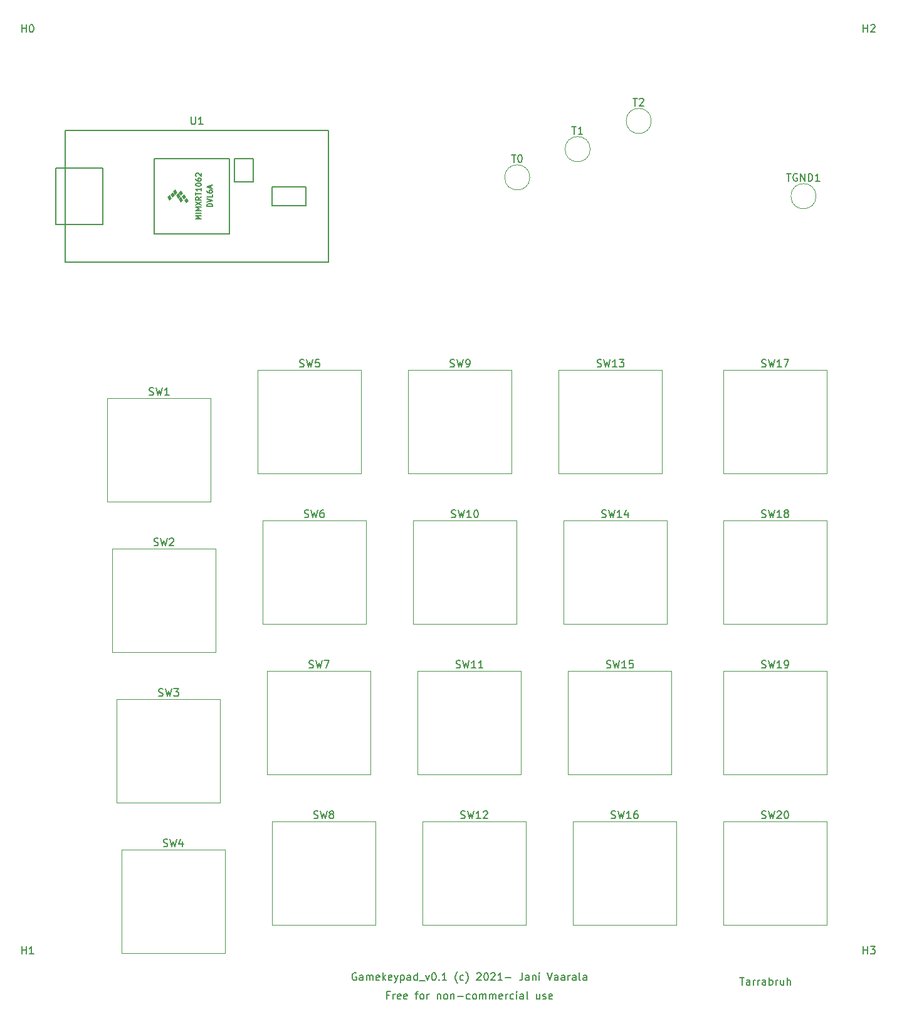
<source format=gto>
G04 #@! TF.GenerationSoftware,KiCad,Pcbnew,(5.1.10)-1*
G04 #@! TF.CreationDate,2021-09-13T16:17:20-07:00*
G04 #@! TF.ProjectId,keyboard_pcb,6b657962-6f61-4726-945f-7063622e6b69,v0.1*
G04 #@! TF.SameCoordinates,Original*
G04 #@! TF.FileFunction,Legend,Top*
G04 #@! TF.FilePolarity,Positive*
%FSLAX46Y46*%
G04 Gerber Fmt 4.6, Leading zero omitted, Abs format (unit mm)*
G04 Created by KiCad (PCBNEW (5.1.10)-1) date 2021-09-13 16:17:20*
%MOMM*%
%LPD*%
G01*
G04 APERTURE LIST*
%ADD10C,0.150000*%
%ADD11C,0.120000*%
%ADD12C,0.100000*%
G04 APERTURE END LIST*
D10*
X144478809Y-165187380D02*
X145050238Y-165187380D01*
X144764523Y-166187380D02*
X144764523Y-165187380D01*
X145812142Y-166187380D02*
X145812142Y-165663571D01*
X145764523Y-165568333D01*
X145669285Y-165520714D01*
X145478809Y-165520714D01*
X145383571Y-165568333D01*
X145812142Y-166139761D02*
X145716904Y-166187380D01*
X145478809Y-166187380D01*
X145383571Y-166139761D01*
X145335952Y-166044523D01*
X145335952Y-165949285D01*
X145383571Y-165854047D01*
X145478809Y-165806428D01*
X145716904Y-165806428D01*
X145812142Y-165758809D01*
X146288333Y-166187380D02*
X146288333Y-165520714D01*
X146288333Y-165711190D02*
X146335952Y-165615952D01*
X146383571Y-165568333D01*
X146478809Y-165520714D01*
X146574047Y-165520714D01*
X146907380Y-166187380D02*
X146907380Y-165520714D01*
X146907380Y-165711190D02*
X146955000Y-165615952D01*
X147002619Y-165568333D01*
X147097857Y-165520714D01*
X147193095Y-165520714D01*
X147955000Y-166187380D02*
X147955000Y-165663571D01*
X147907380Y-165568333D01*
X147812142Y-165520714D01*
X147621666Y-165520714D01*
X147526428Y-165568333D01*
X147955000Y-166139761D02*
X147859761Y-166187380D01*
X147621666Y-166187380D01*
X147526428Y-166139761D01*
X147478809Y-166044523D01*
X147478809Y-165949285D01*
X147526428Y-165854047D01*
X147621666Y-165806428D01*
X147859761Y-165806428D01*
X147955000Y-165758809D01*
X148431190Y-166187380D02*
X148431190Y-165187380D01*
X148431190Y-165568333D02*
X148526428Y-165520714D01*
X148716904Y-165520714D01*
X148812142Y-165568333D01*
X148859761Y-165615952D01*
X148907380Y-165711190D01*
X148907380Y-165996904D01*
X148859761Y-166092142D01*
X148812142Y-166139761D01*
X148716904Y-166187380D01*
X148526428Y-166187380D01*
X148431190Y-166139761D01*
X149335952Y-166187380D02*
X149335952Y-165520714D01*
X149335952Y-165711190D02*
X149383571Y-165615952D01*
X149431190Y-165568333D01*
X149526428Y-165520714D01*
X149621666Y-165520714D01*
X150383571Y-165520714D02*
X150383571Y-166187380D01*
X149955000Y-165520714D02*
X149955000Y-166044523D01*
X150002619Y-166139761D01*
X150097857Y-166187380D01*
X150240714Y-166187380D01*
X150335952Y-166139761D01*
X150383571Y-166092142D01*
X150859761Y-166187380D02*
X150859761Y-165187380D01*
X151288333Y-166187380D02*
X151288333Y-165663571D01*
X151240714Y-165568333D01*
X151145476Y-165520714D01*
X151002619Y-165520714D01*
X150907380Y-165568333D01*
X150859761Y-165615952D01*
X97140476Y-167568571D02*
X96807142Y-167568571D01*
X96807142Y-168092380D02*
X96807142Y-167092380D01*
X97283333Y-167092380D01*
X97664285Y-168092380D02*
X97664285Y-167425714D01*
X97664285Y-167616190D02*
X97711904Y-167520952D01*
X97759523Y-167473333D01*
X97854761Y-167425714D01*
X97950000Y-167425714D01*
X98664285Y-168044761D02*
X98569047Y-168092380D01*
X98378571Y-168092380D01*
X98283333Y-168044761D01*
X98235714Y-167949523D01*
X98235714Y-167568571D01*
X98283333Y-167473333D01*
X98378571Y-167425714D01*
X98569047Y-167425714D01*
X98664285Y-167473333D01*
X98711904Y-167568571D01*
X98711904Y-167663809D01*
X98235714Y-167759047D01*
X99521428Y-168044761D02*
X99426190Y-168092380D01*
X99235714Y-168092380D01*
X99140476Y-168044761D01*
X99092857Y-167949523D01*
X99092857Y-167568571D01*
X99140476Y-167473333D01*
X99235714Y-167425714D01*
X99426190Y-167425714D01*
X99521428Y-167473333D01*
X99569047Y-167568571D01*
X99569047Y-167663809D01*
X99092857Y-167759047D01*
X100616666Y-167425714D02*
X100997619Y-167425714D01*
X100759523Y-168092380D02*
X100759523Y-167235238D01*
X100807142Y-167140000D01*
X100902380Y-167092380D01*
X100997619Y-167092380D01*
X101473809Y-168092380D02*
X101378571Y-168044761D01*
X101330952Y-167997142D01*
X101283333Y-167901904D01*
X101283333Y-167616190D01*
X101330952Y-167520952D01*
X101378571Y-167473333D01*
X101473809Y-167425714D01*
X101616666Y-167425714D01*
X101711904Y-167473333D01*
X101759523Y-167520952D01*
X101807142Y-167616190D01*
X101807142Y-167901904D01*
X101759523Y-167997142D01*
X101711904Y-168044761D01*
X101616666Y-168092380D01*
X101473809Y-168092380D01*
X102235714Y-168092380D02*
X102235714Y-167425714D01*
X102235714Y-167616190D02*
X102283333Y-167520952D01*
X102330952Y-167473333D01*
X102426190Y-167425714D01*
X102521428Y-167425714D01*
X103616666Y-167425714D02*
X103616666Y-168092380D01*
X103616666Y-167520952D02*
X103664285Y-167473333D01*
X103759523Y-167425714D01*
X103902380Y-167425714D01*
X103997619Y-167473333D01*
X104045238Y-167568571D01*
X104045238Y-168092380D01*
X104664285Y-168092380D02*
X104569047Y-168044761D01*
X104521428Y-167997142D01*
X104473809Y-167901904D01*
X104473809Y-167616190D01*
X104521428Y-167520952D01*
X104569047Y-167473333D01*
X104664285Y-167425714D01*
X104807142Y-167425714D01*
X104902380Y-167473333D01*
X104950000Y-167520952D01*
X104997619Y-167616190D01*
X104997619Y-167901904D01*
X104950000Y-167997142D01*
X104902380Y-168044761D01*
X104807142Y-168092380D01*
X104664285Y-168092380D01*
X105426190Y-167425714D02*
X105426190Y-168092380D01*
X105426190Y-167520952D02*
X105473809Y-167473333D01*
X105569047Y-167425714D01*
X105711904Y-167425714D01*
X105807142Y-167473333D01*
X105854761Y-167568571D01*
X105854761Y-168092380D01*
X106330952Y-167711428D02*
X107092857Y-167711428D01*
X107997619Y-168044761D02*
X107902380Y-168092380D01*
X107711904Y-168092380D01*
X107616666Y-168044761D01*
X107569047Y-167997142D01*
X107521428Y-167901904D01*
X107521428Y-167616190D01*
X107569047Y-167520952D01*
X107616666Y-167473333D01*
X107711904Y-167425714D01*
X107902380Y-167425714D01*
X107997619Y-167473333D01*
X108569047Y-168092380D02*
X108473809Y-168044761D01*
X108426190Y-167997142D01*
X108378571Y-167901904D01*
X108378571Y-167616190D01*
X108426190Y-167520952D01*
X108473809Y-167473333D01*
X108569047Y-167425714D01*
X108711904Y-167425714D01*
X108807142Y-167473333D01*
X108854761Y-167520952D01*
X108902380Y-167616190D01*
X108902380Y-167901904D01*
X108854761Y-167997142D01*
X108807142Y-168044761D01*
X108711904Y-168092380D01*
X108569047Y-168092380D01*
X109330952Y-168092380D02*
X109330952Y-167425714D01*
X109330952Y-167520952D02*
X109378571Y-167473333D01*
X109473809Y-167425714D01*
X109616666Y-167425714D01*
X109711904Y-167473333D01*
X109759523Y-167568571D01*
X109759523Y-168092380D01*
X109759523Y-167568571D02*
X109807142Y-167473333D01*
X109902380Y-167425714D01*
X110045238Y-167425714D01*
X110140476Y-167473333D01*
X110188095Y-167568571D01*
X110188095Y-168092380D01*
X110664285Y-168092380D02*
X110664285Y-167425714D01*
X110664285Y-167520952D02*
X110711904Y-167473333D01*
X110807142Y-167425714D01*
X110950000Y-167425714D01*
X111045238Y-167473333D01*
X111092857Y-167568571D01*
X111092857Y-168092380D01*
X111092857Y-167568571D02*
X111140476Y-167473333D01*
X111235714Y-167425714D01*
X111378571Y-167425714D01*
X111473809Y-167473333D01*
X111521428Y-167568571D01*
X111521428Y-168092380D01*
X112378571Y-168044761D02*
X112283333Y-168092380D01*
X112092857Y-168092380D01*
X111997619Y-168044761D01*
X111950000Y-167949523D01*
X111950000Y-167568571D01*
X111997619Y-167473333D01*
X112092857Y-167425714D01*
X112283333Y-167425714D01*
X112378571Y-167473333D01*
X112426190Y-167568571D01*
X112426190Y-167663809D01*
X111950000Y-167759047D01*
X112854761Y-168092380D02*
X112854761Y-167425714D01*
X112854761Y-167616190D02*
X112902380Y-167520952D01*
X112950000Y-167473333D01*
X113045238Y-167425714D01*
X113140476Y-167425714D01*
X113902380Y-168044761D02*
X113807142Y-168092380D01*
X113616666Y-168092380D01*
X113521428Y-168044761D01*
X113473809Y-167997142D01*
X113426190Y-167901904D01*
X113426190Y-167616190D01*
X113473809Y-167520952D01*
X113521428Y-167473333D01*
X113616666Y-167425714D01*
X113807142Y-167425714D01*
X113902380Y-167473333D01*
X114330952Y-168092380D02*
X114330952Y-167425714D01*
X114330952Y-167092380D02*
X114283333Y-167140000D01*
X114330952Y-167187619D01*
X114378571Y-167140000D01*
X114330952Y-167092380D01*
X114330952Y-167187619D01*
X115235714Y-168092380D02*
X115235714Y-167568571D01*
X115188095Y-167473333D01*
X115092857Y-167425714D01*
X114902380Y-167425714D01*
X114807142Y-167473333D01*
X115235714Y-168044761D02*
X115140476Y-168092380D01*
X114902380Y-168092380D01*
X114807142Y-168044761D01*
X114759523Y-167949523D01*
X114759523Y-167854285D01*
X114807142Y-167759047D01*
X114902380Y-167711428D01*
X115140476Y-167711428D01*
X115235714Y-167663809D01*
X115854761Y-168092380D02*
X115759523Y-168044761D01*
X115711904Y-167949523D01*
X115711904Y-167092380D01*
X117426190Y-167425714D02*
X117426190Y-168092380D01*
X116997619Y-167425714D02*
X116997619Y-167949523D01*
X117045238Y-168044761D01*
X117140476Y-168092380D01*
X117283333Y-168092380D01*
X117378571Y-168044761D01*
X117426190Y-167997142D01*
X117854761Y-168044761D02*
X117950000Y-168092380D01*
X118140476Y-168092380D01*
X118235714Y-168044761D01*
X118283333Y-167949523D01*
X118283333Y-167901904D01*
X118235714Y-167806666D01*
X118140476Y-167759047D01*
X117997619Y-167759047D01*
X117902380Y-167711428D01*
X117854761Y-167616190D01*
X117854761Y-167568571D01*
X117902380Y-167473333D01*
X117997619Y-167425714D01*
X118140476Y-167425714D01*
X118235714Y-167473333D01*
X119092857Y-168044761D02*
X118997619Y-168092380D01*
X118807142Y-168092380D01*
X118711904Y-168044761D01*
X118664285Y-167949523D01*
X118664285Y-167568571D01*
X118711904Y-167473333D01*
X118807142Y-167425714D01*
X118997619Y-167425714D01*
X119092857Y-167473333D01*
X119140476Y-167568571D01*
X119140476Y-167663809D01*
X118664285Y-167759047D01*
X92664285Y-164600000D02*
X92569047Y-164552380D01*
X92426190Y-164552380D01*
X92283333Y-164600000D01*
X92188095Y-164695238D01*
X92140476Y-164790476D01*
X92092857Y-164980952D01*
X92092857Y-165123809D01*
X92140476Y-165314285D01*
X92188095Y-165409523D01*
X92283333Y-165504761D01*
X92426190Y-165552380D01*
X92521428Y-165552380D01*
X92664285Y-165504761D01*
X92711904Y-165457142D01*
X92711904Y-165123809D01*
X92521428Y-165123809D01*
X93569047Y-165552380D02*
X93569047Y-165028571D01*
X93521428Y-164933333D01*
X93426190Y-164885714D01*
X93235714Y-164885714D01*
X93140476Y-164933333D01*
X93569047Y-165504761D02*
X93473809Y-165552380D01*
X93235714Y-165552380D01*
X93140476Y-165504761D01*
X93092857Y-165409523D01*
X93092857Y-165314285D01*
X93140476Y-165219047D01*
X93235714Y-165171428D01*
X93473809Y-165171428D01*
X93569047Y-165123809D01*
X94045238Y-165552380D02*
X94045238Y-164885714D01*
X94045238Y-164980952D02*
X94092857Y-164933333D01*
X94188095Y-164885714D01*
X94330952Y-164885714D01*
X94426190Y-164933333D01*
X94473809Y-165028571D01*
X94473809Y-165552380D01*
X94473809Y-165028571D02*
X94521428Y-164933333D01*
X94616666Y-164885714D01*
X94759523Y-164885714D01*
X94854761Y-164933333D01*
X94902380Y-165028571D01*
X94902380Y-165552380D01*
X95759523Y-165504761D02*
X95664285Y-165552380D01*
X95473809Y-165552380D01*
X95378571Y-165504761D01*
X95330952Y-165409523D01*
X95330952Y-165028571D01*
X95378571Y-164933333D01*
X95473809Y-164885714D01*
X95664285Y-164885714D01*
X95759523Y-164933333D01*
X95807142Y-165028571D01*
X95807142Y-165123809D01*
X95330952Y-165219047D01*
X96235714Y-165552380D02*
X96235714Y-164552380D01*
X96330952Y-165171428D02*
X96616666Y-165552380D01*
X96616666Y-164885714D02*
X96235714Y-165266666D01*
X97426190Y-165504761D02*
X97330952Y-165552380D01*
X97140476Y-165552380D01*
X97045238Y-165504761D01*
X96997619Y-165409523D01*
X96997619Y-165028571D01*
X97045238Y-164933333D01*
X97140476Y-164885714D01*
X97330952Y-164885714D01*
X97426190Y-164933333D01*
X97473809Y-165028571D01*
X97473809Y-165123809D01*
X96997619Y-165219047D01*
X97807142Y-164885714D02*
X98045238Y-165552380D01*
X98283333Y-164885714D02*
X98045238Y-165552380D01*
X97950000Y-165790476D01*
X97902380Y-165838095D01*
X97807142Y-165885714D01*
X98664285Y-164885714D02*
X98664285Y-165885714D01*
X98664285Y-164933333D02*
X98759523Y-164885714D01*
X98950000Y-164885714D01*
X99045238Y-164933333D01*
X99092857Y-164980952D01*
X99140476Y-165076190D01*
X99140476Y-165361904D01*
X99092857Y-165457142D01*
X99045238Y-165504761D01*
X98950000Y-165552380D01*
X98759523Y-165552380D01*
X98664285Y-165504761D01*
X99997619Y-165552380D02*
X99997619Y-165028571D01*
X99950000Y-164933333D01*
X99854761Y-164885714D01*
X99664285Y-164885714D01*
X99569047Y-164933333D01*
X99997619Y-165504761D02*
X99902380Y-165552380D01*
X99664285Y-165552380D01*
X99569047Y-165504761D01*
X99521428Y-165409523D01*
X99521428Y-165314285D01*
X99569047Y-165219047D01*
X99664285Y-165171428D01*
X99902380Y-165171428D01*
X99997619Y-165123809D01*
X100902380Y-165552380D02*
X100902380Y-164552380D01*
X100902380Y-165504761D02*
X100807142Y-165552380D01*
X100616666Y-165552380D01*
X100521428Y-165504761D01*
X100473809Y-165457142D01*
X100426190Y-165361904D01*
X100426190Y-165076190D01*
X100473809Y-164980952D01*
X100521428Y-164933333D01*
X100616666Y-164885714D01*
X100807142Y-164885714D01*
X100902380Y-164933333D01*
X101140476Y-165647619D02*
X101902380Y-165647619D01*
X102045238Y-164885714D02*
X102283333Y-165552380D01*
X102521428Y-164885714D01*
X103092857Y-164552380D02*
X103188095Y-164552380D01*
X103283333Y-164600000D01*
X103330952Y-164647619D01*
X103378571Y-164742857D01*
X103426190Y-164933333D01*
X103426190Y-165171428D01*
X103378571Y-165361904D01*
X103330952Y-165457142D01*
X103283333Y-165504761D01*
X103188095Y-165552380D01*
X103092857Y-165552380D01*
X102997619Y-165504761D01*
X102950000Y-165457142D01*
X102902380Y-165361904D01*
X102854761Y-165171428D01*
X102854761Y-164933333D01*
X102902380Y-164742857D01*
X102950000Y-164647619D01*
X102997619Y-164600000D01*
X103092857Y-164552380D01*
X103854761Y-165457142D02*
X103902380Y-165504761D01*
X103854761Y-165552380D01*
X103807142Y-165504761D01*
X103854761Y-165457142D01*
X103854761Y-165552380D01*
X104854761Y-165552380D02*
X104283333Y-165552380D01*
X104569047Y-165552380D02*
X104569047Y-164552380D01*
X104473809Y-164695238D01*
X104378571Y-164790476D01*
X104283333Y-164838095D01*
X106330952Y-165933333D02*
X106283333Y-165885714D01*
X106188095Y-165742857D01*
X106140476Y-165647619D01*
X106092857Y-165504761D01*
X106045238Y-165266666D01*
X106045238Y-165076190D01*
X106092857Y-164838095D01*
X106140476Y-164695238D01*
X106188095Y-164600000D01*
X106283333Y-164457142D01*
X106330952Y-164409523D01*
X107140476Y-165504761D02*
X107045238Y-165552380D01*
X106854761Y-165552380D01*
X106759523Y-165504761D01*
X106711904Y-165457142D01*
X106664285Y-165361904D01*
X106664285Y-165076190D01*
X106711904Y-164980952D01*
X106759523Y-164933333D01*
X106854761Y-164885714D01*
X107045238Y-164885714D01*
X107140476Y-164933333D01*
X107473809Y-165933333D02*
X107521428Y-165885714D01*
X107616666Y-165742857D01*
X107664285Y-165647619D01*
X107711904Y-165504761D01*
X107759523Y-165266666D01*
X107759523Y-165076190D01*
X107711904Y-164838095D01*
X107664285Y-164695238D01*
X107616666Y-164600000D01*
X107521428Y-164457142D01*
X107473809Y-164409523D01*
X108950000Y-164647619D02*
X108997619Y-164600000D01*
X109092857Y-164552380D01*
X109330952Y-164552380D01*
X109426190Y-164600000D01*
X109473809Y-164647619D01*
X109521428Y-164742857D01*
X109521428Y-164838095D01*
X109473809Y-164980952D01*
X108902380Y-165552380D01*
X109521428Y-165552380D01*
X110140476Y-164552380D02*
X110235714Y-164552380D01*
X110330952Y-164600000D01*
X110378571Y-164647619D01*
X110426190Y-164742857D01*
X110473809Y-164933333D01*
X110473809Y-165171428D01*
X110426190Y-165361904D01*
X110378571Y-165457142D01*
X110330952Y-165504761D01*
X110235714Y-165552380D01*
X110140476Y-165552380D01*
X110045238Y-165504761D01*
X109997619Y-165457142D01*
X109950000Y-165361904D01*
X109902380Y-165171428D01*
X109902380Y-164933333D01*
X109950000Y-164742857D01*
X109997619Y-164647619D01*
X110045238Y-164600000D01*
X110140476Y-164552380D01*
X110854761Y-164647619D02*
X110902380Y-164600000D01*
X110997619Y-164552380D01*
X111235714Y-164552380D01*
X111330952Y-164600000D01*
X111378571Y-164647619D01*
X111426190Y-164742857D01*
X111426190Y-164838095D01*
X111378571Y-164980952D01*
X110807142Y-165552380D01*
X111426190Y-165552380D01*
X112378571Y-165552380D02*
X111807142Y-165552380D01*
X112092857Y-165552380D02*
X112092857Y-164552380D01*
X111997619Y-164695238D01*
X111902380Y-164790476D01*
X111807142Y-164838095D01*
X112807142Y-165171428D02*
X113569047Y-165171428D01*
X115092857Y-164552380D02*
X115092857Y-165266666D01*
X115045238Y-165409523D01*
X114950000Y-165504761D01*
X114807142Y-165552380D01*
X114711904Y-165552380D01*
X115997619Y-165552380D02*
X115997619Y-165028571D01*
X115950000Y-164933333D01*
X115854761Y-164885714D01*
X115664285Y-164885714D01*
X115569047Y-164933333D01*
X115997619Y-165504761D02*
X115902380Y-165552380D01*
X115664285Y-165552380D01*
X115569047Y-165504761D01*
X115521428Y-165409523D01*
X115521428Y-165314285D01*
X115569047Y-165219047D01*
X115664285Y-165171428D01*
X115902380Y-165171428D01*
X115997619Y-165123809D01*
X116473809Y-164885714D02*
X116473809Y-165552380D01*
X116473809Y-164980952D02*
X116521428Y-164933333D01*
X116616666Y-164885714D01*
X116759523Y-164885714D01*
X116854761Y-164933333D01*
X116902380Y-165028571D01*
X116902380Y-165552380D01*
X117378571Y-165552380D02*
X117378571Y-164885714D01*
X117378571Y-164552380D02*
X117330952Y-164600000D01*
X117378571Y-164647619D01*
X117426190Y-164600000D01*
X117378571Y-164552380D01*
X117378571Y-164647619D01*
X118473809Y-164552380D02*
X118807142Y-165552380D01*
X119140476Y-164552380D01*
X119902380Y-165552380D02*
X119902380Y-165028571D01*
X119854761Y-164933333D01*
X119759523Y-164885714D01*
X119569047Y-164885714D01*
X119473809Y-164933333D01*
X119902380Y-165504761D02*
X119807142Y-165552380D01*
X119569047Y-165552380D01*
X119473809Y-165504761D01*
X119426190Y-165409523D01*
X119426190Y-165314285D01*
X119473809Y-165219047D01*
X119569047Y-165171428D01*
X119807142Y-165171428D01*
X119902380Y-165123809D01*
X120807142Y-165552380D02*
X120807142Y-165028571D01*
X120759523Y-164933333D01*
X120664285Y-164885714D01*
X120473809Y-164885714D01*
X120378571Y-164933333D01*
X120807142Y-165504761D02*
X120711904Y-165552380D01*
X120473809Y-165552380D01*
X120378571Y-165504761D01*
X120330952Y-165409523D01*
X120330952Y-165314285D01*
X120378571Y-165219047D01*
X120473809Y-165171428D01*
X120711904Y-165171428D01*
X120807142Y-165123809D01*
X121283333Y-165552380D02*
X121283333Y-164885714D01*
X121283333Y-165076190D02*
X121330952Y-164980952D01*
X121378571Y-164933333D01*
X121473809Y-164885714D01*
X121569047Y-164885714D01*
X122330952Y-165552380D02*
X122330952Y-165028571D01*
X122283333Y-164933333D01*
X122188095Y-164885714D01*
X121997619Y-164885714D01*
X121902380Y-164933333D01*
X122330952Y-165504761D02*
X122235714Y-165552380D01*
X121997619Y-165552380D01*
X121902380Y-165504761D01*
X121854761Y-165409523D01*
X121854761Y-165314285D01*
X121902380Y-165219047D01*
X121997619Y-165171428D01*
X122235714Y-165171428D01*
X122330952Y-165123809D01*
X122949999Y-165552380D02*
X122854761Y-165504761D01*
X122807142Y-165409523D01*
X122807142Y-164552380D01*
X123759523Y-165552380D02*
X123759523Y-165028571D01*
X123711904Y-164933333D01*
X123616666Y-164885714D01*
X123426190Y-164885714D01*
X123330952Y-164933333D01*
X123759523Y-165504761D02*
X123664285Y-165552380D01*
X123426190Y-165552380D01*
X123330952Y-165504761D01*
X123283333Y-165409523D01*
X123283333Y-165314285D01*
X123330952Y-165219047D01*
X123426190Y-165171428D01*
X123664285Y-165171428D01*
X123759523Y-165123809D01*
D11*
X154765000Y-59690000D02*
G75*
G03*
X154765000Y-59690000I-1700000J0D01*
G01*
X132510000Y-49530000D02*
G75*
G03*
X132510000Y-49530000I-1700000J0D01*
G01*
X124255000Y-53340000D02*
G75*
G03*
X124255000Y-53340000I-1700000J0D01*
G01*
X116103274Y-57150000D02*
G75*
G03*
X116103274Y-57150000I-1700000J0D01*
G01*
D10*
X53340000Y-63500000D02*
X52070000Y-63500000D01*
X52070000Y-63500000D02*
X52070000Y-55880000D01*
X52070000Y-55880000D02*
X53340000Y-55880000D01*
X58420000Y-63500000D02*
X58420000Y-55880000D01*
X58420000Y-55880000D02*
X53340000Y-55880000D01*
X58420000Y-63500000D02*
X53340000Y-63500000D01*
X85852000Y-58420000D02*
X85852000Y-60960000D01*
X85852000Y-60960000D02*
X81280000Y-60960000D01*
X81280000Y-60960000D02*
X81280000Y-58420000D01*
X81280000Y-58420000D02*
X85852000Y-58420000D01*
X75565000Y-64770000D02*
X75565000Y-54610000D01*
X65405000Y-54610000D02*
X65405000Y-64770000D01*
X75565000Y-54610000D02*
X65405000Y-54610000D01*
X75565000Y-64770000D02*
X65405000Y-64770000D01*
X53340000Y-50800000D02*
X88900000Y-50800000D01*
X88900000Y-50800000D02*
X88900000Y-68580000D01*
X88900000Y-68580000D02*
X53340000Y-68580000D01*
X53340000Y-68580000D02*
X53340000Y-50800000D01*
X76200000Y-54610000D02*
X78740000Y-54610000D01*
X78740000Y-54610000D02*
X78740000Y-57785000D01*
X78740000Y-57785000D02*
X76200000Y-57785000D01*
X76200000Y-57785000D02*
X76200000Y-54610000D01*
D12*
G36*
X67945000Y-59055000D02*
G01*
X68199000Y-58801000D01*
X68453000Y-59182000D01*
X68199000Y-59436000D01*
X67945000Y-59055000D01*
G37*
X67945000Y-59055000D02*
X68199000Y-58801000D01*
X68453000Y-59182000D01*
X68199000Y-59436000D01*
X67945000Y-59055000D01*
G36*
X68326000Y-59563000D02*
G01*
X68580000Y-59309000D01*
X68834000Y-59690000D01*
X68580000Y-59944000D01*
X68326000Y-59563000D01*
G37*
X68326000Y-59563000D02*
X68580000Y-59309000D01*
X68834000Y-59690000D01*
X68580000Y-59944000D01*
X68326000Y-59563000D01*
G36*
X68707000Y-60071000D02*
G01*
X68961000Y-59817000D01*
X69215000Y-60198000D01*
X68961000Y-60452000D01*
X68707000Y-60071000D01*
G37*
X68707000Y-60071000D02*
X68961000Y-59817000D01*
X69215000Y-60198000D01*
X68961000Y-60452000D01*
X68707000Y-60071000D01*
G36*
X68707000Y-59182000D02*
G01*
X68961000Y-58928000D01*
X69215000Y-59309000D01*
X68961000Y-59563000D01*
X68707000Y-59182000D01*
G37*
X68707000Y-59182000D02*
X68961000Y-58928000D01*
X69215000Y-59309000D01*
X68961000Y-59563000D01*
X68707000Y-59182000D01*
G36*
X69088000Y-59690000D02*
G01*
X69342000Y-59436000D01*
X69596000Y-59817000D01*
X69342000Y-60071000D01*
X69088000Y-59690000D01*
G37*
X69088000Y-59690000D02*
X69342000Y-59436000D01*
X69596000Y-59817000D01*
X69342000Y-60071000D01*
X69088000Y-59690000D01*
G36*
X69469000Y-60198000D02*
G01*
X69723000Y-59944000D01*
X69977000Y-60325000D01*
X69723000Y-60579000D01*
X69469000Y-60198000D01*
G37*
X69469000Y-60198000D02*
X69723000Y-59944000D01*
X69977000Y-60325000D01*
X69723000Y-60579000D01*
X69469000Y-60198000D01*
G36*
X67564000Y-59436000D02*
G01*
X67818000Y-59182000D01*
X68072000Y-59563000D01*
X67818000Y-59817000D01*
X67564000Y-59436000D01*
G37*
X67564000Y-59436000D02*
X67818000Y-59182000D01*
X68072000Y-59563000D01*
X67818000Y-59817000D01*
X67564000Y-59436000D01*
G36*
X67183000Y-59817000D02*
G01*
X67437000Y-59563000D01*
X67691000Y-59944000D01*
X67437000Y-60198000D01*
X67183000Y-59817000D01*
G37*
X67183000Y-59817000D02*
X67437000Y-59563000D01*
X67691000Y-59944000D01*
X67437000Y-60198000D01*
X67183000Y-59817000D01*
D11*
X142240000Y-144145000D02*
X156210000Y-144145000D01*
X156210000Y-144145000D02*
X156210000Y-158115000D01*
X156210000Y-158115000D02*
X142240000Y-158115000D01*
X142240000Y-158115000D02*
X142240000Y-144145000D01*
X142240000Y-123825000D02*
X156210000Y-123825000D01*
X156210000Y-123825000D02*
X156210000Y-137795000D01*
X156210000Y-137795000D02*
X142240000Y-137795000D01*
X142240000Y-137795000D02*
X142240000Y-123825000D01*
X142240000Y-103505000D02*
X156210000Y-103505000D01*
X156210000Y-103505000D02*
X156210000Y-117475000D01*
X156210000Y-117475000D02*
X142240000Y-117475000D01*
X142240000Y-117475000D02*
X142240000Y-103505000D01*
X142240000Y-83185000D02*
X156210000Y-83185000D01*
X156210000Y-83185000D02*
X156210000Y-97155000D01*
X156210000Y-97155000D02*
X142240000Y-97155000D01*
X142240000Y-97155000D02*
X142240000Y-83185000D01*
X121920000Y-144145000D02*
X135890000Y-144145000D01*
X135890000Y-144145000D02*
X135890000Y-158115000D01*
X135890000Y-158115000D02*
X121920000Y-158115000D01*
X121920000Y-158115000D02*
X121920000Y-144145000D01*
X121285000Y-123825000D02*
X135255000Y-123825000D01*
X135255000Y-123825000D02*
X135255000Y-137795000D01*
X135255000Y-137795000D02*
X121285000Y-137795000D01*
X121285000Y-137795000D02*
X121285000Y-123825000D01*
X120650000Y-103505000D02*
X134620000Y-103505000D01*
X134620000Y-103505000D02*
X134620000Y-117475000D01*
X134620000Y-117475000D02*
X120650000Y-117475000D01*
X120650000Y-117475000D02*
X120650000Y-103505000D01*
X120015000Y-83185000D02*
X133985000Y-83185000D01*
X133985000Y-83185000D02*
X133985000Y-97155000D01*
X133985000Y-97155000D02*
X120015000Y-97155000D01*
X120015000Y-97155000D02*
X120015000Y-83185000D01*
X101600000Y-144145000D02*
X115570000Y-144145000D01*
X115570000Y-144145000D02*
X115570000Y-158115000D01*
X115570000Y-158115000D02*
X101600000Y-158115000D01*
X101600000Y-158115000D02*
X101600000Y-144145000D01*
X100965000Y-123825000D02*
X114935000Y-123825000D01*
X114935000Y-123825000D02*
X114935000Y-137795000D01*
X114935000Y-137795000D02*
X100965000Y-137795000D01*
X100965000Y-137795000D02*
X100965000Y-123825000D01*
X100330000Y-103505000D02*
X114300000Y-103505000D01*
X114300000Y-103505000D02*
X114300000Y-117475000D01*
X114300000Y-117475000D02*
X100330000Y-117475000D01*
X100330000Y-117475000D02*
X100330000Y-103505000D01*
X99695000Y-83185000D02*
X113665000Y-83185000D01*
X113665000Y-83185000D02*
X113665000Y-97155000D01*
X113665000Y-97155000D02*
X99695000Y-97155000D01*
X99695000Y-97155000D02*
X99695000Y-83185000D01*
X81280000Y-144145000D02*
X95250000Y-144145000D01*
X95250000Y-144145000D02*
X95250000Y-158115000D01*
X95250000Y-158115000D02*
X81280000Y-158115000D01*
X81280000Y-158115000D02*
X81280000Y-144145000D01*
X80645000Y-123825000D02*
X94615000Y-123825000D01*
X94615000Y-123825000D02*
X94615000Y-137795000D01*
X94615000Y-137795000D02*
X80645000Y-137795000D01*
X80645000Y-137795000D02*
X80645000Y-123825000D01*
X80010000Y-103505000D02*
X93980000Y-103505000D01*
X93980000Y-103505000D02*
X93980000Y-117475000D01*
X93980000Y-117475000D02*
X80010000Y-117475000D01*
X80010000Y-117475000D02*
X80010000Y-103505000D01*
X79375000Y-83185000D02*
X93345000Y-83185000D01*
X93345000Y-83185000D02*
X93345000Y-97155000D01*
X93345000Y-97155000D02*
X79375000Y-97155000D01*
X79375000Y-97155000D02*
X79375000Y-83185000D01*
X60960000Y-147955000D02*
X74930000Y-147955000D01*
X74930000Y-147955000D02*
X74930000Y-161925000D01*
X74930000Y-161925000D02*
X60960000Y-161925000D01*
X60960000Y-161925000D02*
X60960000Y-147955000D01*
X60325000Y-127635000D02*
X74295000Y-127635000D01*
X74295000Y-127635000D02*
X74295000Y-141605000D01*
X74295000Y-141605000D02*
X60325000Y-141605000D01*
X60325000Y-141605000D02*
X60325000Y-127635000D01*
X59690000Y-107315000D02*
X73660000Y-107315000D01*
X73660000Y-107315000D02*
X73660000Y-121285000D01*
X73660000Y-121285000D02*
X59690000Y-121285000D01*
X59690000Y-121285000D02*
X59690000Y-107315000D01*
X59055000Y-86995000D02*
X73025000Y-86995000D01*
X73025000Y-86995000D02*
X73025000Y-100965000D01*
X73025000Y-100965000D02*
X59055000Y-100965000D01*
X59055000Y-100965000D02*
X59055000Y-86995000D01*
D10*
X150779285Y-56644380D02*
X151350714Y-56644380D01*
X151065000Y-57644380D02*
X151065000Y-56644380D01*
X152207857Y-56692000D02*
X152112619Y-56644380D01*
X151969761Y-56644380D01*
X151826904Y-56692000D01*
X151731666Y-56787238D01*
X151684047Y-56882476D01*
X151636428Y-57072952D01*
X151636428Y-57215809D01*
X151684047Y-57406285D01*
X151731666Y-57501523D01*
X151826904Y-57596761D01*
X151969761Y-57644380D01*
X152065000Y-57644380D01*
X152207857Y-57596761D01*
X152255476Y-57549142D01*
X152255476Y-57215809D01*
X152065000Y-57215809D01*
X152684047Y-57644380D02*
X152684047Y-56644380D01*
X153255476Y-57644380D01*
X153255476Y-56644380D01*
X153731666Y-57644380D02*
X153731666Y-56644380D01*
X153969761Y-56644380D01*
X154112619Y-56692000D01*
X154207857Y-56787238D01*
X154255476Y-56882476D01*
X154303095Y-57072952D01*
X154303095Y-57215809D01*
X154255476Y-57406285D01*
X154207857Y-57501523D01*
X154112619Y-57596761D01*
X153969761Y-57644380D01*
X153731666Y-57644380D01*
X155255476Y-57644380D02*
X154684047Y-57644380D01*
X154969761Y-57644380D02*
X154969761Y-56644380D01*
X154874523Y-56787238D01*
X154779285Y-56882476D01*
X154684047Y-56930095D01*
X130048095Y-46484380D02*
X130619523Y-46484380D01*
X130333809Y-47484380D02*
X130333809Y-46484380D01*
X130905238Y-46579619D02*
X130952857Y-46532000D01*
X131048095Y-46484380D01*
X131286190Y-46484380D01*
X131381428Y-46532000D01*
X131429047Y-46579619D01*
X131476666Y-46674857D01*
X131476666Y-46770095D01*
X131429047Y-46912952D01*
X130857619Y-47484380D01*
X131476666Y-47484380D01*
X121793095Y-50294380D02*
X122364523Y-50294380D01*
X122078809Y-51294380D02*
X122078809Y-50294380D01*
X123221666Y-51294380D02*
X122650238Y-51294380D01*
X122935952Y-51294380D02*
X122935952Y-50294380D01*
X122840714Y-50437238D01*
X122745476Y-50532476D01*
X122650238Y-50580095D01*
X113641369Y-54104380D02*
X114212797Y-54104380D01*
X113927083Y-55104380D02*
X113927083Y-54104380D01*
X114736607Y-54104380D02*
X114831845Y-54104380D01*
X114927083Y-54152000D01*
X114974702Y-54199619D01*
X115022321Y-54294857D01*
X115069940Y-54485333D01*
X115069940Y-54723428D01*
X115022321Y-54913904D01*
X114974702Y-55009142D01*
X114927083Y-55056761D01*
X114831845Y-55104380D01*
X114736607Y-55104380D01*
X114641369Y-55056761D01*
X114593750Y-55009142D01*
X114546131Y-54913904D01*
X114498512Y-54723428D01*
X114498512Y-54485333D01*
X114546131Y-54294857D01*
X114593750Y-54199619D01*
X114641369Y-54152000D01*
X114736607Y-54104380D01*
X161163095Y-161987380D02*
X161163095Y-160987380D01*
X161163095Y-161463571D02*
X161734523Y-161463571D01*
X161734523Y-161987380D02*
X161734523Y-160987380D01*
X162115476Y-160987380D02*
X162734523Y-160987380D01*
X162401190Y-161368333D01*
X162544047Y-161368333D01*
X162639285Y-161415952D01*
X162686904Y-161463571D01*
X162734523Y-161558809D01*
X162734523Y-161796904D01*
X162686904Y-161892142D01*
X162639285Y-161939761D01*
X162544047Y-161987380D01*
X162258333Y-161987380D01*
X162163095Y-161939761D01*
X162115476Y-161892142D01*
X161163095Y-37527380D02*
X161163095Y-36527380D01*
X161163095Y-37003571D02*
X161734523Y-37003571D01*
X161734523Y-37527380D02*
X161734523Y-36527380D01*
X162163095Y-36622619D02*
X162210714Y-36575000D01*
X162305952Y-36527380D01*
X162544047Y-36527380D01*
X162639285Y-36575000D01*
X162686904Y-36622619D01*
X162734523Y-36717857D01*
X162734523Y-36813095D01*
X162686904Y-36955952D01*
X162115476Y-37527380D01*
X162734523Y-37527380D01*
X47498095Y-161987380D02*
X47498095Y-160987380D01*
X47498095Y-161463571D02*
X48069523Y-161463571D01*
X48069523Y-161987380D02*
X48069523Y-160987380D01*
X49069523Y-161987380D02*
X48498095Y-161987380D01*
X48783809Y-161987380D02*
X48783809Y-160987380D01*
X48688571Y-161130238D01*
X48593333Y-161225476D01*
X48498095Y-161273095D01*
X47498095Y-37527380D02*
X47498095Y-36527380D01*
X47498095Y-37003571D02*
X48069523Y-37003571D01*
X48069523Y-37527380D02*
X48069523Y-36527380D01*
X48736190Y-36527380D02*
X48831428Y-36527380D01*
X48926666Y-36575000D01*
X48974285Y-36622619D01*
X49021904Y-36717857D01*
X49069523Y-36908333D01*
X49069523Y-37146428D01*
X49021904Y-37336904D01*
X48974285Y-37432142D01*
X48926666Y-37479761D01*
X48831428Y-37527380D01*
X48736190Y-37527380D01*
X48640952Y-37479761D01*
X48593333Y-37432142D01*
X48545714Y-37336904D01*
X48498095Y-37146428D01*
X48498095Y-36908333D01*
X48545714Y-36717857D01*
X48593333Y-36622619D01*
X48640952Y-36575000D01*
X48736190Y-36527380D01*
X70358095Y-48982380D02*
X70358095Y-49791904D01*
X70405714Y-49887142D01*
X70453333Y-49934761D01*
X70548571Y-49982380D01*
X70739047Y-49982380D01*
X70834285Y-49934761D01*
X70881904Y-49887142D01*
X70929523Y-49791904D01*
X70929523Y-48982380D01*
X71929523Y-49982380D02*
X71358095Y-49982380D01*
X71643809Y-49982380D02*
X71643809Y-48982380D01*
X71548571Y-49125238D01*
X71453333Y-49220476D01*
X71358095Y-49268095D01*
X71690666Y-62773333D02*
X70990666Y-62773333D01*
X71490666Y-62540000D01*
X70990666Y-62306666D01*
X71690666Y-62306666D01*
X71690666Y-61973333D02*
X70990666Y-61973333D01*
X71690666Y-61640000D02*
X70990666Y-61640000D01*
X71490666Y-61406666D01*
X70990666Y-61173333D01*
X71690666Y-61173333D01*
X70990666Y-60906666D02*
X71690666Y-60440000D01*
X70990666Y-60440000D02*
X71690666Y-60906666D01*
X71690666Y-59773333D02*
X71357333Y-60006666D01*
X71690666Y-60173333D02*
X70990666Y-60173333D01*
X70990666Y-59906666D01*
X71024000Y-59840000D01*
X71057333Y-59806666D01*
X71124000Y-59773333D01*
X71224000Y-59773333D01*
X71290666Y-59806666D01*
X71324000Y-59840000D01*
X71357333Y-59906666D01*
X71357333Y-60173333D01*
X70990666Y-59573333D02*
X70990666Y-59173333D01*
X71690666Y-59373333D02*
X70990666Y-59373333D01*
X71690666Y-58573333D02*
X71690666Y-58973333D01*
X71690666Y-58773333D02*
X70990666Y-58773333D01*
X71090666Y-58840000D01*
X71157333Y-58906666D01*
X71190666Y-58973333D01*
X70990666Y-58140000D02*
X70990666Y-58073333D01*
X71024000Y-58006666D01*
X71057333Y-57973333D01*
X71124000Y-57940000D01*
X71257333Y-57906666D01*
X71424000Y-57906666D01*
X71557333Y-57940000D01*
X71624000Y-57973333D01*
X71657333Y-58006666D01*
X71690666Y-58073333D01*
X71690666Y-58140000D01*
X71657333Y-58206666D01*
X71624000Y-58240000D01*
X71557333Y-58273333D01*
X71424000Y-58306666D01*
X71257333Y-58306666D01*
X71124000Y-58273333D01*
X71057333Y-58240000D01*
X71024000Y-58206666D01*
X70990666Y-58140000D01*
X70990666Y-57306666D02*
X70990666Y-57440000D01*
X71024000Y-57506666D01*
X71057333Y-57540000D01*
X71157333Y-57606666D01*
X71290666Y-57640000D01*
X71557333Y-57640000D01*
X71624000Y-57606666D01*
X71657333Y-57573333D01*
X71690666Y-57506666D01*
X71690666Y-57373333D01*
X71657333Y-57306666D01*
X71624000Y-57273333D01*
X71557333Y-57240000D01*
X71390666Y-57240000D01*
X71324000Y-57273333D01*
X71290666Y-57306666D01*
X71257333Y-57373333D01*
X71257333Y-57506666D01*
X71290666Y-57573333D01*
X71324000Y-57606666D01*
X71390666Y-57640000D01*
X71057333Y-56973333D02*
X71024000Y-56940000D01*
X70990666Y-56873333D01*
X70990666Y-56706666D01*
X71024000Y-56640000D01*
X71057333Y-56606666D01*
X71124000Y-56573333D01*
X71190666Y-56573333D01*
X71290666Y-56606666D01*
X71690666Y-57006666D01*
X71690666Y-56573333D01*
X73214666Y-61090000D02*
X72514666Y-61090000D01*
X72514666Y-60923333D01*
X72548000Y-60823333D01*
X72614666Y-60756666D01*
X72681333Y-60723333D01*
X72814666Y-60690000D01*
X72914666Y-60690000D01*
X73048000Y-60723333D01*
X73114666Y-60756666D01*
X73181333Y-60823333D01*
X73214666Y-60923333D01*
X73214666Y-61090000D01*
X72514666Y-60490000D02*
X73214666Y-60256666D01*
X72514666Y-60023333D01*
X73214666Y-59456666D02*
X73214666Y-59790000D01*
X72514666Y-59790000D01*
X72514666Y-58923333D02*
X72514666Y-59056666D01*
X72548000Y-59123333D01*
X72581333Y-59156666D01*
X72681333Y-59223333D01*
X72814666Y-59256666D01*
X73081333Y-59256666D01*
X73148000Y-59223333D01*
X73181333Y-59190000D01*
X73214666Y-59123333D01*
X73214666Y-58990000D01*
X73181333Y-58923333D01*
X73148000Y-58890000D01*
X73081333Y-58856666D01*
X72914666Y-58856666D01*
X72848000Y-58890000D01*
X72814666Y-58923333D01*
X72781333Y-58990000D01*
X72781333Y-59123333D01*
X72814666Y-59190000D01*
X72848000Y-59223333D01*
X72914666Y-59256666D01*
X73014666Y-58590000D02*
X73014666Y-58256666D01*
X73214666Y-58656666D02*
X72514666Y-58423333D01*
X73214666Y-58190000D01*
X147415476Y-143660761D02*
X147558333Y-143708380D01*
X147796428Y-143708380D01*
X147891666Y-143660761D01*
X147939285Y-143613142D01*
X147986904Y-143517904D01*
X147986904Y-143422666D01*
X147939285Y-143327428D01*
X147891666Y-143279809D01*
X147796428Y-143232190D01*
X147605952Y-143184571D01*
X147510714Y-143136952D01*
X147463095Y-143089333D01*
X147415476Y-142994095D01*
X147415476Y-142898857D01*
X147463095Y-142803619D01*
X147510714Y-142756000D01*
X147605952Y-142708380D01*
X147844047Y-142708380D01*
X147986904Y-142756000D01*
X148320238Y-142708380D02*
X148558333Y-143708380D01*
X148748809Y-142994095D01*
X148939285Y-143708380D01*
X149177380Y-142708380D01*
X149510714Y-142803619D02*
X149558333Y-142756000D01*
X149653571Y-142708380D01*
X149891666Y-142708380D01*
X149986904Y-142756000D01*
X150034523Y-142803619D01*
X150082142Y-142898857D01*
X150082142Y-142994095D01*
X150034523Y-143136952D01*
X149463095Y-143708380D01*
X150082142Y-143708380D01*
X150701190Y-142708380D02*
X150796428Y-142708380D01*
X150891666Y-142756000D01*
X150939285Y-142803619D01*
X150986904Y-142898857D01*
X151034523Y-143089333D01*
X151034523Y-143327428D01*
X150986904Y-143517904D01*
X150939285Y-143613142D01*
X150891666Y-143660761D01*
X150796428Y-143708380D01*
X150701190Y-143708380D01*
X150605952Y-143660761D01*
X150558333Y-143613142D01*
X150510714Y-143517904D01*
X150463095Y-143327428D01*
X150463095Y-143089333D01*
X150510714Y-142898857D01*
X150558333Y-142803619D01*
X150605952Y-142756000D01*
X150701190Y-142708380D01*
X147415476Y-123340761D02*
X147558333Y-123388380D01*
X147796428Y-123388380D01*
X147891666Y-123340761D01*
X147939285Y-123293142D01*
X147986904Y-123197904D01*
X147986904Y-123102666D01*
X147939285Y-123007428D01*
X147891666Y-122959809D01*
X147796428Y-122912190D01*
X147605952Y-122864571D01*
X147510714Y-122816952D01*
X147463095Y-122769333D01*
X147415476Y-122674095D01*
X147415476Y-122578857D01*
X147463095Y-122483619D01*
X147510714Y-122436000D01*
X147605952Y-122388380D01*
X147844047Y-122388380D01*
X147986904Y-122436000D01*
X148320238Y-122388380D02*
X148558333Y-123388380D01*
X148748809Y-122674095D01*
X148939285Y-123388380D01*
X149177380Y-122388380D01*
X150082142Y-123388380D02*
X149510714Y-123388380D01*
X149796428Y-123388380D02*
X149796428Y-122388380D01*
X149701190Y-122531238D01*
X149605952Y-122626476D01*
X149510714Y-122674095D01*
X150558333Y-123388380D02*
X150748809Y-123388380D01*
X150844047Y-123340761D01*
X150891666Y-123293142D01*
X150986904Y-123150285D01*
X151034523Y-122959809D01*
X151034523Y-122578857D01*
X150986904Y-122483619D01*
X150939285Y-122436000D01*
X150844047Y-122388380D01*
X150653571Y-122388380D01*
X150558333Y-122436000D01*
X150510714Y-122483619D01*
X150463095Y-122578857D01*
X150463095Y-122816952D01*
X150510714Y-122912190D01*
X150558333Y-122959809D01*
X150653571Y-123007428D01*
X150844047Y-123007428D01*
X150939285Y-122959809D01*
X150986904Y-122912190D01*
X151034523Y-122816952D01*
X147415476Y-103020761D02*
X147558333Y-103068380D01*
X147796428Y-103068380D01*
X147891666Y-103020761D01*
X147939285Y-102973142D01*
X147986904Y-102877904D01*
X147986904Y-102782666D01*
X147939285Y-102687428D01*
X147891666Y-102639809D01*
X147796428Y-102592190D01*
X147605952Y-102544571D01*
X147510714Y-102496952D01*
X147463095Y-102449333D01*
X147415476Y-102354095D01*
X147415476Y-102258857D01*
X147463095Y-102163619D01*
X147510714Y-102116000D01*
X147605952Y-102068380D01*
X147844047Y-102068380D01*
X147986904Y-102116000D01*
X148320238Y-102068380D02*
X148558333Y-103068380D01*
X148748809Y-102354095D01*
X148939285Y-103068380D01*
X149177380Y-102068380D01*
X150082142Y-103068380D02*
X149510714Y-103068380D01*
X149796428Y-103068380D02*
X149796428Y-102068380D01*
X149701190Y-102211238D01*
X149605952Y-102306476D01*
X149510714Y-102354095D01*
X150653571Y-102496952D02*
X150558333Y-102449333D01*
X150510714Y-102401714D01*
X150463095Y-102306476D01*
X150463095Y-102258857D01*
X150510714Y-102163619D01*
X150558333Y-102116000D01*
X150653571Y-102068380D01*
X150844047Y-102068380D01*
X150939285Y-102116000D01*
X150986904Y-102163619D01*
X151034523Y-102258857D01*
X151034523Y-102306476D01*
X150986904Y-102401714D01*
X150939285Y-102449333D01*
X150844047Y-102496952D01*
X150653571Y-102496952D01*
X150558333Y-102544571D01*
X150510714Y-102592190D01*
X150463095Y-102687428D01*
X150463095Y-102877904D01*
X150510714Y-102973142D01*
X150558333Y-103020761D01*
X150653571Y-103068380D01*
X150844047Y-103068380D01*
X150939285Y-103020761D01*
X150986904Y-102973142D01*
X151034523Y-102877904D01*
X151034523Y-102687428D01*
X150986904Y-102592190D01*
X150939285Y-102544571D01*
X150844047Y-102496952D01*
X147415476Y-82700761D02*
X147558333Y-82748380D01*
X147796428Y-82748380D01*
X147891666Y-82700761D01*
X147939285Y-82653142D01*
X147986904Y-82557904D01*
X147986904Y-82462666D01*
X147939285Y-82367428D01*
X147891666Y-82319809D01*
X147796428Y-82272190D01*
X147605952Y-82224571D01*
X147510714Y-82176952D01*
X147463095Y-82129333D01*
X147415476Y-82034095D01*
X147415476Y-81938857D01*
X147463095Y-81843619D01*
X147510714Y-81796000D01*
X147605952Y-81748380D01*
X147844047Y-81748380D01*
X147986904Y-81796000D01*
X148320238Y-81748380D02*
X148558333Y-82748380D01*
X148748809Y-82034095D01*
X148939285Y-82748380D01*
X149177380Y-81748380D01*
X150082142Y-82748380D02*
X149510714Y-82748380D01*
X149796428Y-82748380D02*
X149796428Y-81748380D01*
X149701190Y-81891238D01*
X149605952Y-81986476D01*
X149510714Y-82034095D01*
X150415476Y-81748380D02*
X151082142Y-81748380D01*
X150653571Y-82748380D01*
X127095476Y-143660761D02*
X127238333Y-143708380D01*
X127476428Y-143708380D01*
X127571666Y-143660761D01*
X127619285Y-143613142D01*
X127666904Y-143517904D01*
X127666904Y-143422666D01*
X127619285Y-143327428D01*
X127571666Y-143279809D01*
X127476428Y-143232190D01*
X127285952Y-143184571D01*
X127190714Y-143136952D01*
X127143095Y-143089333D01*
X127095476Y-142994095D01*
X127095476Y-142898857D01*
X127143095Y-142803619D01*
X127190714Y-142756000D01*
X127285952Y-142708380D01*
X127524047Y-142708380D01*
X127666904Y-142756000D01*
X128000238Y-142708380D02*
X128238333Y-143708380D01*
X128428809Y-142994095D01*
X128619285Y-143708380D01*
X128857380Y-142708380D01*
X129762142Y-143708380D02*
X129190714Y-143708380D01*
X129476428Y-143708380D02*
X129476428Y-142708380D01*
X129381190Y-142851238D01*
X129285952Y-142946476D01*
X129190714Y-142994095D01*
X130619285Y-142708380D02*
X130428809Y-142708380D01*
X130333571Y-142756000D01*
X130285952Y-142803619D01*
X130190714Y-142946476D01*
X130143095Y-143136952D01*
X130143095Y-143517904D01*
X130190714Y-143613142D01*
X130238333Y-143660761D01*
X130333571Y-143708380D01*
X130524047Y-143708380D01*
X130619285Y-143660761D01*
X130666904Y-143613142D01*
X130714523Y-143517904D01*
X130714523Y-143279809D01*
X130666904Y-143184571D01*
X130619285Y-143136952D01*
X130524047Y-143089333D01*
X130333571Y-143089333D01*
X130238333Y-143136952D01*
X130190714Y-143184571D01*
X130143095Y-143279809D01*
X126460476Y-123340761D02*
X126603333Y-123388380D01*
X126841428Y-123388380D01*
X126936666Y-123340761D01*
X126984285Y-123293142D01*
X127031904Y-123197904D01*
X127031904Y-123102666D01*
X126984285Y-123007428D01*
X126936666Y-122959809D01*
X126841428Y-122912190D01*
X126650952Y-122864571D01*
X126555714Y-122816952D01*
X126508095Y-122769333D01*
X126460476Y-122674095D01*
X126460476Y-122578857D01*
X126508095Y-122483619D01*
X126555714Y-122436000D01*
X126650952Y-122388380D01*
X126889047Y-122388380D01*
X127031904Y-122436000D01*
X127365238Y-122388380D02*
X127603333Y-123388380D01*
X127793809Y-122674095D01*
X127984285Y-123388380D01*
X128222380Y-122388380D01*
X129127142Y-123388380D02*
X128555714Y-123388380D01*
X128841428Y-123388380D02*
X128841428Y-122388380D01*
X128746190Y-122531238D01*
X128650952Y-122626476D01*
X128555714Y-122674095D01*
X130031904Y-122388380D02*
X129555714Y-122388380D01*
X129508095Y-122864571D01*
X129555714Y-122816952D01*
X129650952Y-122769333D01*
X129889047Y-122769333D01*
X129984285Y-122816952D01*
X130031904Y-122864571D01*
X130079523Y-122959809D01*
X130079523Y-123197904D01*
X130031904Y-123293142D01*
X129984285Y-123340761D01*
X129889047Y-123388380D01*
X129650952Y-123388380D01*
X129555714Y-123340761D01*
X129508095Y-123293142D01*
X125825476Y-103020761D02*
X125968333Y-103068380D01*
X126206428Y-103068380D01*
X126301666Y-103020761D01*
X126349285Y-102973142D01*
X126396904Y-102877904D01*
X126396904Y-102782666D01*
X126349285Y-102687428D01*
X126301666Y-102639809D01*
X126206428Y-102592190D01*
X126015952Y-102544571D01*
X125920714Y-102496952D01*
X125873095Y-102449333D01*
X125825476Y-102354095D01*
X125825476Y-102258857D01*
X125873095Y-102163619D01*
X125920714Y-102116000D01*
X126015952Y-102068380D01*
X126254047Y-102068380D01*
X126396904Y-102116000D01*
X126730238Y-102068380D02*
X126968333Y-103068380D01*
X127158809Y-102354095D01*
X127349285Y-103068380D01*
X127587380Y-102068380D01*
X128492142Y-103068380D02*
X127920714Y-103068380D01*
X128206428Y-103068380D02*
X128206428Y-102068380D01*
X128111190Y-102211238D01*
X128015952Y-102306476D01*
X127920714Y-102354095D01*
X129349285Y-102401714D02*
X129349285Y-103068380D01*
X129111190Y-102020761D02*
X128873095Y-102735047D01*
X129492142Y-102735047D01*
X125190476Y-82700761D02*
X125333333Y-82748380D01*
X125571428Y-82748380D01*
X125666666Y-82700761D01*
X125714285Y-82653142D01*
X125761904Y-82557904D01*
X125761904Y-82462666D01*
X125714285Y-82367428D01*
X125666666Y-82319809D01*
X125571428Y-82272190D01*
X125380952Y-82224571D01*
X125285714Y-82176952D01*
X125238095Y-82129333D01*
X125190476Y-82034095D01*
X125190476Y-81938857D01*
X125238095Y-81843619D01*
X125285714Y-81796000D01*
X125380952Y-81748380D01*
X125619047Y-81748380D01*
X125761904Y-81796000D01*
X126095238Y-81748380D02*
X126333333Y-82748380D01*
X126523809Y-82034095D01*
X126714285Y-82748380D01*
X126952380Y-81748380D01*
X127857142Y-82748380D02*
X127285714Y-82748380D01*
X127571428Y-82748380D02*
X127571428Y-81748380D01*
X127476190Y-81891238D01*
X127380952Y-81986476D01*
X127285714Y-82034095D01*
X128190476Y-81748380D02*
X128809523Y-81748380D01*
X128476190Y-82129333D01*
X128619047Y-82129333D01*
X128714285Y-82176952D01*
X128761904Y-82224571D01*
X128809523Y-82319809D01*
X128809523Y-82557904D01*
X128761904Y-82653142D01*
X128714285Y-82700761D01*
X128619047Y-82748380D01*
X128333333Y-82748380D01*
X128238095Y-82700761D01*
X128190476Y-82653142D01*
X106775476Y-143660761D02*
X106918333Y-143708380D01*
X107156428Y-143708380D01*
X107251666Y-143660761D01*
X107299285Y-143613142D01*
X107346904Y-143517904D01*
X107346904Y-143422666D01*
X107299285Y-143327428D01*
X107251666Y-143279809D01*
X107156428Y-143232190D01*
X106965952Y-143184571D01*
X106870714Y-143136952D01*
X106823095Y-143089333D01*
X106775476Y-142994095D01*
X106775476Y-142898857D01*
X106823095Y-142803619D01*
X106870714Y-142756000D01*
X106965952Y-142708380D01*
X107204047Y-142708380D01*
X107346904Y-142756000D01*
X107680238Y-142708380D02*
X107918333Y-143708380D01*
X108108809Y-142994095D01*
X108299285Y-143708380D01*
X108537380Y-142708380D01*
X109442142Y-143708380D02*
X108870714Y-143708380D01*
X109156428Y-143708380D02*
X109156428Y-142708380D01*
X109061190Y-142851238D01*
X108965952Y-142946476D01*
X108870714Y-142994095D01*
X109823095Y-142803619D02*
X109870714Y-142756000D01*
X109965952Y-142708380D01*
X110204047Y-142708380D01*
X110299285Y-142756000D01*
X110346904Y-142803619D01*
X110394523Y-142898857D01*
X110394523Y-142994095D01*
X110346904Y-143136952D01*
X109775476Y-143708380D01*
X110394523Y-143708380D01*
X106140476Y-123340761D02*
X106283333Y-123388380D01*
X106521428Y-123388380D01*
X106616666Y-123340761D01*
X106664285Y-123293142D01*
X106711904Y-123197904D01*
X106711904Y-123102666D01*
X106664285Y-123007428D01*
X106616666Y-122959809D01*
X106521428Y-122912190D01*
X106330952Y-122864571D01*
X106235714Y-122816952D01*
X106188095Y-122769333D01*
X106140476Y-122674095D01*
X106140476Y-122578857D01*
X106188095Y-122483619D01*
X106235714Y-122436000D01*
X106330952Y-122388380D01*
X106569047Y-122388380D01*
X106711904Y-122436000D01*
X107045238Y-122388380D02*
X107283333Y-123388380D01*
X107473809Y-122674095D01*
X107664285Y-123388380D01*
X107902380Y-122388380D01*
X108807142Y-123388380D02*
X108235714Y-123388380D01*
X108521428Y-123388380D02*
X108521428Y-122388380D01*
X108426190Y-122531238D01*
X108330952Y-122626476D01*
X108235714Y-122674095D01*
X109759523Y-123388380D02*
X109188095Y-123388380D01*
X109473809Y-123388380D02*
X109473809Y-122388380D01*
X109378571Y-122531238D01*
X109283333Y-122626476D01*
X109188095Y-122674095D01*
X105505476Y-103020761D02*
X105648333Y-103068380D01*
X105886428Y-103068380D01*
X105981666Y-103020761D01*
X106029285Y-102973142D01*
X106076904Y-102877904D01*
X106076904Y-102782666D01*
X106029285Y-102687428D01*
X105981666Y-102639809D01*
X105886428Y-102592190D01*
X105695952Y-102544571D01*
X105600714Y-102496952D01*
X105553095Y-102449333D01*
X105505476Y-102354095D01*
X105505476Y-102258857D01*
X105553095Y-102163619D01*
X105600714Y-102116000D01*
X105695952Y-102068380D01*
X105934047Y-102068380D01*
X106076904Y-102116000D01*
X106410238Y-102068380D02*
X106648333Y-103068380D01*
X106838809Y-102354095D01*
X107029285Y-103068380D01*
X107267380Y-102068380D01*
X108172142Y-103068380D02*
X107600714Y-103068380D01*
X107886428Y-103068380D02*
X107886428Y-102068380D01*
X107791190Y-102211238D01*
X107695952Y-102306476D01*
X107600714Y-102354095D01*
X108791190Y-102068380D02*
X108886428Y-102068380D01*
X108981666Y-102116000D01*
X109029285Y-102163619D01*
X109076904Y-102258857D01*
X109124523Y-102449333D01*
X109124523Y-102687428D01*
X109076904Y-102877904D01*
X109029285Y-102973142D01*
X108981666Y-103020761D01*
X108886428Y-103068380D01*
X108791190Y-103068380D01*
X108695952Y-103020761D01*
X108648333Y-102973142D01*
X108600714Y-102877904D01*
X108553095Y-102687428D01*
X108553095Y-102449333D01*
X108600714Y-102258857D01*
X108648333Y-102163619D01*
X108695952Y-102116000D01*
X108791190Y-102068380D01*
X105346666Y-82700761D02*
X105489523Y-82748380D01*
X105727619Y-82748380D01*
X105822857Y-82700761D01*
X105870476Y-82653142D01*
X105918095Y-82557904D01*
X105918095Y-82462666D01*
X105870476Y-82367428D01*
X105822857Y-82319809D01*
X105727619Y-82272190D01*
X105537142Y-82224571D01*
X105441904Y-82176952D01*
X105394285Y-82129333D01*
X105346666Y-82034095D01*
X105346666Y-81938857D01*
X105394285Y-81843619D01*
X105441904Y-81796000D01*
X105537142Y-81748380D01*
X105775238Y-81748380D01*
X105918095Y-81796000D01*
X106251428Y-81748380D02*
X106489523Y-82748380D01*
X106680000Y-82034095D01*
X106870476Y-82748380D01*
X107108571Y-81748380D01*
X107537142Y-82748380D02*
X107727619Y-82748380D01*
X107822857Y-82700761D01*
X107870476Y-82653142D01*
X107965714Y-82510285D01*
X108013333Y-82319809D01*
X108013333Y-81938857D01*
X107965714Y-81843619D01*
X107918095Y-81796000D01*
X107822857Y-81748380D01*
X107632380Y-81748380D01*
X107537142Y-81796000D01*
X107489523Y-81843619D01*
X107441904Y-81938857D01*
X107441904Y-82176952D01*
X107489523Y-82272190D01*
X107537142Y-82319809D01*
X107632380Y-82367428D01*
X107822857Y-82367428D01*
X107918095Y-82319809D01*
X107965714Y-82272190D01*
X108013333Y-82176952D01*
X86931666Y-143660761D02*
X87074523Y-143708380D01*
X87312619Y-143708380D01*
X87407857Y-143660761D01*
X87455476Y-143613142D01*
X87503095Y-143517904D01*
X87503095Y-143422666D01*
X87455476Y-143327428D01*
X87407857Y-143279809D01*
X87312619Y-143232190D01*
X87122142Y-143184571D01*
X87026904Y-143136952D01*
X86979285Y-143089333D01*
X86931666Y-142994095D01*
X86931666Y-142898857D01*
X86979285Y-142803619D01*
X87026904Y-142756000D01*
X87122142Y-142708380D01*
X87360238Y-142708380D01*
X87503095Y-142756000D01*
X87836428Y-142708380D02*
X88074523Y-143708380D01*
X88265000Y-142994095D01*
X88455476Y-143708380D01*
X88693571Y-142708380D01*
X89217380Y-143136952D02*
X89122142Y-143089333D01*
X89074523Y-143041714D01*
X89026904Y-142946476D01*
X89026904Y-142898857D01*
X89074523Y-142803619D01*
X89122142Y-142756000D01*
X89217380Y-142708380D01*
X89407857Y-142708380D01*
X89503095Y-142756000D01*
X89550714Y-142803619D01*
X89598333Y-142898857D01*
X89598333Y-142946476D01*
X89550714Y-143041714D01*
X89503095Y-143089333D01*
X89407857Y-143136952D01*
X89217380Y-143136952D01*
X89122142Y-143184571D01*
X89074523Y-143232190D01*
X89026904Y-143327428D01*
X89026904Y-143517904D01*
X89074523Y-143613142D01*
X89122142Y-143660761D01*
X89217380Y-143708380D01*
X89407857Y-143708380D01*
X89503095Y-143660761D01*
X89550714Y-143613142D01*
X89598333Y-143517904D01*
X89598333Y-143327428D01*
X89550714Y-143232190D01*
X89503095Y-143184571D01*
X89407857Y-143136952D01*
X86296666Y-123340761D02*
X86439523Y-123388380D01*
X86677619Y-123388380D01*
X86772857Y-123340761D01*
X86820476Y-123293142D01*
X86868095Y-123197904D01*
X86868095Y-123102666D01*
X86820476Y-123007428D01*
X86772857Y-122959809D01*
X86677619Y-122912190D01*
X86487142Y-122864571D01*
X86391904Y-122816952D01*
X86344285Y-122769333D01*
X86296666Y-122674095D01*
X86296666Y-122578857D01*
X86344285Y-122483619D01*
X86391904Y-122436000D01*
X86487142Y-122388380D01*
X86725238Y-122388380D01*
X86868095Y-122436000D01*
X87201428Y-122388380D02*
X87439523Y-123388380D01*
X87630000Y-122674095D01*
X87820476Y-123388380D01*
X88058571Y-122388380D01*
X88344285Y-122388380D02*
X89010952Y-122388380D01*
X88582380Y-123388380D01*
X85661666Y-103020761D02*
X85804523Y-103068380D01*
X86042619Y-103068380D01*
X86137857Y-103020761D01*
X86185476Y-102973142D01*
X86233095Y-102877904D01*
X86233095Y-102782666D01*
X86185476Y-102687428D01*
X86137857Y-102639809D01*
X86042619Y-102592190D01*
X85852142Y-102544571D01*
X85756904Y-102496952D01*
X85709285Y-102449333D01*
X85661666Y-102354095D01*
X85661666Y-102258857D01*
X85709285Y-102163619D01*
X85756904Y-102116000D01*
X85852142Y-102068380D01*
X86090238Y-102068380D01*
X86233095Y-102116000D01*
X86566428Y-102068380D02*
X86804523Y-103068380D01*
X86995000Y-102354095D01*
X87185476Y-103068380D01*
X87423571Y-102068380D01*
X88233095Y-102068380D02*
X88042619Y-102068380D01*
X87947380Y-102116000D01*
X87899761Y-102163619D01*
X87804523Y-102306476D01*
X87756904Y-102496952D01*
X87756904Y-102877904D01*
X87804523Y-102973142D01*
X87852142Y-103020761D01*
X87947380Y-103068380D01*
X88137857Y-103068380D01*
X88233095Y-103020761D01*
X88280714Y-102973142D01*
X88328333Y-102877904D01*
X88328333Y-102639809D01*
X88280714Y-102544571D01*
X88233095Y-102496952D01*
X88137857Y-102449333D01*
X87947380Y-102449333D01*
X87852142Y-102496952D01*
X87804523Y-102544571D01*
X87756904Y-102639809D01*
X85026666Y-82700761D02*
X85169523Y-82748380D01*
X85407619Y-82748380D01*
X85502857Y-82700761D01*
X85550476Y-82653142D01*
X85598095Y-82557904D01*
X85598095Y-82462666D01*
X85550476Y-82367428D01*
X85502857Y-82319809D01*
X85407619Y-82272190D01*
X85217142Y-82224571D01*
X85121904Y-82176952D01*
X85074285Y-82129333D01*
X85026666Y-82034095D01*
X85026666Y-81938857D01*
X85074285Y-81843619D01*
X85121904Y-81796000D01*
X85217142Y-81748380D01*
X85455238Y-81748380D01*
X85598095Y-81796000D01*
X85931428Y-81748380D02*
X86169523Y-82748380D01*
X86360000Y-82034095D01*
X86550476Y-82748380D01*
X86788571Y-81748380D01*
X87645714Y-81748380D02*
X87169523Y-81748380D01*
X87121904Y-82224571D01*
X87169523Y-82176952D01*
X87264761Y-82129333D01*
X87502857Y-82129333D01*
X87598095Y-82176952D01*
X87645714Y-82224571D01*
X87693333Y-82319809D01*
X87693333Y-82557904D01*
X87645714Y-82653142D01*
X87598095Y-82700761D01*
X87502857Y-82748380D01*
X87264761Y-82748380D01*
X87169523Y-82700761D01*
X87121904Y-82653142D01*
X66611666Y-147470761D02*
X66754523Y-147518380D01*
X66992619Y-147518380D01*
X67087857Y-147470761D01*
X67135476Y-147423142D01*
X67183095Y-147327904D01*
X67183095Y-147232666D01*
X67135476Y-147137428D01*
X67087857Y-147089809D01*
X66992619Y-147042190D01*
X66802142Y-146994571D01*
X66706904Y-146946952D01*
X66659285Y-146899333D01*
X66611666Y-146804095D01*
X66611666Y-146708857D01*
X66659285Y-146613619D01*
X66706904Y-146566000D01*
X66802142Y-146518380D01*
X67040238Y-146518380D01*
X67183095Y-146566000D01*
X67516428Y-146518380D02*
X67754523Y-147518380D01*
X67945000Y-146804095D01*
X68135476Y-147518380D01*
X68373571Y-146518380D01*
X69183095Y-146851714D02*
X69183095Y-147518380D01*
X68945000Y-146470761D02*
X68706904Y-147185047D01*
X69325952Y-147185047D01*
X65976666Y-127150761D02*
X66119523Y-127198380D01*
X66357619Y-127198380D01*
X66452857Y-127150761D01*
X66500476Y-127103142D01*
X66548095Y-127007904D01*
X66548095Y-126912666D01*
X66500476Y-126817428D01*
X66452857Y-126769809D01*
X66357619Y-126722190D01*
X66167142Y-126674571D01*
X66071904Y-126626952D01*
X66024285Y-126579333D01*
X65976666Y-126484095D01*
X65976666Y-126388857D01*
X66024285Y-126293619D01*
X66071904Y-126246000D01*
X66167142Y-126198380D01*
X66405238Y-126198380D01*
X66548095Y-126246000D01*
X66881428Y-126198380D02*
X67119523Y-127198380D01*
X67310000Y-126484095D01*
X67500476Y-127198380D01*
X67738571Y-126198380D01*
X68024285Y-126198380D02*
X68643333Y-126198380D01*
X68310000Y-126579333D01*
X68452857Y-126579333D01*
X68548095Y-126626952D01*
X68595714Y-126674571D01*
X68643333Y-126769809D01*
X68643333Y-127007904D01*
X68595714Y-127103142D01*
X68548095Y-127150761D01*
X68452857Y-127198380D01*
X68167142Y-127198380D01*
X68071904Y-127150761D01*
X68024285Y-127103142D01*
X65341666Y-106830761D02*
X65484523Y-106878380D01*
X65722619Y-106878380D01*
X65817857Y-106830761D01*
X65865476Y-106783142D01*
X65913095Y-106687904D01*
X65913095Y-106592666D01*
X65865476Y-106497428D01*
X65817857Y-106449809D01*
X65722619Y-106402190D01*
X65532142Y-106354571D01*
X65436904Y-106306952D01*
X65389285Y-106259333D01*
X65341666Y-106164095D01*
X65341666Y-106068857D01*
X65389285Y-105973619D01*
X65436904Y-105926000D01*
X65532142Y-105878380D01*
X65770238Y-105878380D01*
X65913095Y-105926000D01*
X66246428Y-105878380D02*
X66484523Y-106878380D01*
X66675000Y-106164095D01*
X66865476Y-106878380D01*
X67103571Y-105878380D01*
X67436904Y-105973619D02*
X67484523Y-105926000D01*
X67579761Y-105878380D01*
X67817857Y-105878380D01*
X67913095Y-105926000D01*
X67960714Y-105973619D01*
X68008333Y-106068857D01*
X68008333Y-106164095D01*
X67960714Y-106306952D01*
X67389285Y-106878380D01*
X68008333Y-106878380D01*
X64706666Y-86510761D02*
X64849523Y-86558380D01*
X65087619Y-86558380D01*
X65182857Y-86510761D01*
X65230476Y-86463142D01*
X65278095Y-86367904D01*
X65278095Y-86272666D01*
X65230476Y-86177428D01*
X65182857Y-86129809D01*
X65087619Y-86082190D01*
X64897142Y-86034571D01*
X64801904Y-85986952D01*
X64754285Y-85939333D01*
X64706666Y-85844095D01*
X64706666Y-85748857D01*
X64754285Y-85653619D01*
X64801904Y-85606000D01*
X64897142Y-85558380D01*
X65135238Y-85558380D01*
X65278095Y-85606000D01*
X65611428Y-85558380D02*
X65849523Y-86558380D01*
X66040000Y-85844095D01*
X66230476Y-86558380D01*
X66468571Y-85558380D01*
X67373333Y-86558380D02*
X66801904Y-86558380D01*
X67087619Y-86558380D02*
X67087619Y-85558380D01*
X66992380Y-85701238D01*
X66897142Y-85796476D01*
X66801904Y-85844095D01*
M02*

</source>
